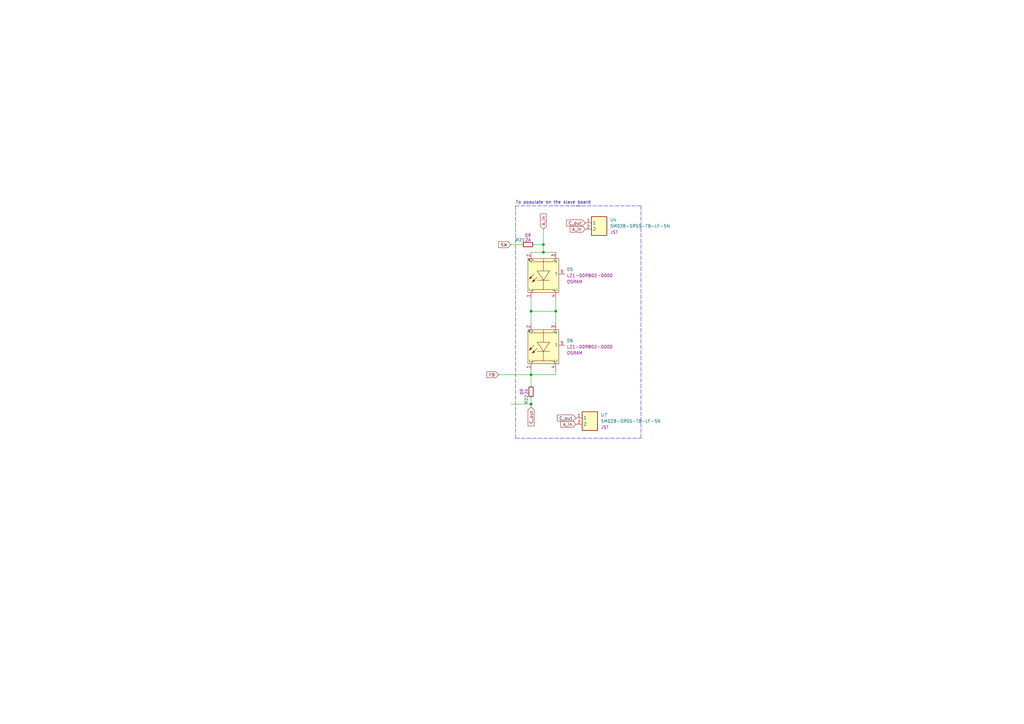
<source format=kicad_sch>
(kicad_sch (version 20211123) (generator eeschema)
  (paper "A3")
  (lib_symbols
    (symbol "antmicroLEDIndicationDiscrete:LZ1-00R802-0000"
      (property "Reference" "D" (at 9.398 7.112 0))
      (property "MPN" "LZ1-00R802-0000" (at 10.16 4.826 0))
      (property "Manufacturer" "OSRAM" (at 9.144 2.794 0))
      (symbol "LZ1-00R802-0000_0_1"
        (polyline (pts (xy 3.81 -8.89) (xy 2.54 -10.16)))
        (polyline (pts (xy 3.81 -5.08) (xy 3.81 -8.89)))
        (polyline (pts (xy 3.81 -5.08) (xy 3.81 -1.27)))
        (polyline (pts (xy 3.81 -1.27) (xy 2.54 0)))
        (polyline (pts (xy 8.89 -2.54) (xy 7.62 -1.27)))
        (polyline (pts (xy 10.16 -1.27) (xy 8.89 0)))
        (polyline (pts (xy 15.24 -5.08) (xy 16.51 -5.08)))
        (polyline (pts (xy 15.24 -5.08) (xy 15.24 -8.89) (xy 16.51 -10.16)))
        (polyline (pts (xy 7.62 -5.08) (xy 11.43 -2.54) (xy 11.43 -7.62) (xy 7.62 -5.08)))
        (polyline (pts (xy 11.43 -5.08) (xy 15.24 -5.08) (xy 15.24 -1.27) (xy 16.51 0)))
        (polyline (pts (xy 2.54 1.27) (xy 2.54 -11.43) (xy 16.51 -11.43) (xy 16.51 1.27) (xy 2.54 1.27)) (fill (type background)))
        (polyline (pts (xy 3.81 -5.08) (xy 7.62 -5.08) (xy 7.62 -2.54) (xy 7.62 -7.62) (xy 7.62 -5.08)))
        (polyline (pts (xy 7.62 -1.27) (xy 7.366 -1.524) (xy 6.858 -0.508) (xy 7.874 -1.016) (xy 7.62 -1.27)) (fill (type outline)))
        (polyline (pts (xy 8.89 0) (xy 8.636 -0.254) (xy 8.128 0.762) (xy 9.144 0.254) (xy 8.89 0)) (fill (type outline)))
        (circle (center 16.002 0.762) (radius 0.254) (fill (type outline)))
      )
      (symbol "LZ1-00R802-0000_1_1"
        (pin output line (at 0 0 0) (length 2.54) (name "C") (number "1"))
        (pin input line (at 19.05 0 180) (length 2.54) (name "A") (number "2"))
        (pin input line (at 19.05 -10.16 180) (length 2.54) (name "A") (number "3"))
        (pin output line (at 0 -10.16 0) (length 2.54) (name "C") (number "4"))
        (pin input line (at 10.16 -13.97 90) (length 2.54) (name "T") (number "5"))
      )
    )
    (symbol "antmicroRectangularConnectorsHeadersMalePins:SM02B-SRSS-TB-LF-SN"
      (property "Reference" "U" (at 1.27 8.89 0))
      (property "Value" "SM02B-SRSS-TB-LF-SN" (at 12.7 3.81 0))
      (property "Manufacturer" "JST" (at 2.54 6.35 0))
      (symbol "SM02B-SRSS-TB-LF-SN_1_1"
        (rectangle (start 2.54 2.54) (end 8.89 -5.08) (stroke (width 0.254)) (fill (type background)))
        (pin passive line (at 0 0 0) (length 2.54) (name "1") (number "1"))
        (pin passive line (at 0 -2.54 0) (length 2.54) (name "2") (number "2"))
      )
    )
    (symbol "antmicroResistorsmisc:R_0R_1206" (pin_numbers hide) (pin_names hide)
      (property "Reference" "R" (at 20.32 -5.08 0))
      (property "Val" "0R" (at 20.32 -7.62 0))
      (property "Current" "2A" (at 20.32 -30.48 0))
      (symbol "R_0R_1206_0_1"
        (rectangle (start 0.635 0.889) (end 4.445 -0.889) (stroke (width 0.254)))
      )
      (symbol "R_0R_1206_1_1"
        (pin passive line (at 0 0 0) (length 0.635) (name "~") (number "1"))
        (pin passive line (at 5.08 0 180) (length 0.635) (name "~") (number "2"))
      )
    )
  )
  (junction (at 227.965 127.635))
  (junction (at 217.805 165.735))
  (junction (at 217.805 127.635))
  (junction (at 217.805 153.67))
  (junction (at 222.885 100.33))
  (junction (at 222.885 103.505))
  (wire (pts (xy 217.805 153.67) (xy 217.805 158.115)))
  (wire (pts (xy 219.075 100.33) (xy 222.885 100.33)))
  (wire (pts (xy 227.965 127.635) (xy 227.965 132.715)))
  (polyline (pts (xy 211.455 84.455) (xy 211.455 179.705)))
  (polyline (pts (xy 262.89 179.705) (xy 262.89 84.455)))
  (wire (pts (xy 217.805 151.765) (xy 217.805 153.67)))
  (wire (pts (xy 217.805 153.67) (xy 227.965 153.67)))
  (polyline (pts (xy 211.455 179.705) (xy 262.89 179.705)))
  (wire (pts (xy 222.885 103.505) (xy 227.965 103.505)))
  (polyline (pts (xy 238.125 84.455) (xy 211.455 84.455)))
  (wire (pts (xy 222.885 103.505) (xy 222.885 100.33)))
  (wire (pts (xy 227.965 151.765) (xy 227.965 153.67)))
  (wire (pts (xy 217.805 165.735) (xy 217.805 167.005)))
  (wire (pts (xy 209.55 165.735) (xy 217.805 165.735)))
  (wire (pts (xy 227.965 127.635) (xy 217.805 127.635)))
  (wire (pts (xy 209.55 100.33) (xy 213.995 100.33)))
  (wire (pts (xy 227.965 122.555) (xy 227.965 127.635)))
  (wire (pts (xy 217.805 103.505) (xy 222.885 103.505)))
  (polyline (pts (xy 236.22 84.455) (xy 262.89 84.455)))
  (wire (pts (xy 217.805 127.635) (xy 217.805 132.715)))
  (wire (pts (xy 204.47 153.67) (xy 217.805 153.67)))
  (wire (pts (xy 217.805 163.195) (xy 217.805 165.735)))
  (wire (pts (xy 217.805 122.555) (xy 217.805 127.635)))
  (wire (pts (xy 222.885 93.98) (xy 222.885 100.33)))
  (text "To populate on the slave board" (at 211.455 83.82 0) (effects (font (size 1.27 1.27)) (justify left bottom)))
  (global_label "FB" (shape input) (at 204.47 153.67 180) (property "Intersheet References" "${INTERSHEET_REFS}" (effects hide)))
  (global_label "C_out" (shape input) (at 236.22 171.45 180) (property "Intersheet References" "${INTERSHEET_REFS}" (effects hide)))
  (global_label "A_in" (shape input) (at 240.03 93.98 180) (property "Intersheet References" "${INTERSHEET_REFS}" (effects hide)))
  (global_label "A_in" (shape input) (at 222.885 93.98 90) (property "Intersheet References" "${INTERSHEET_REFS}" (effects hide)))
  (global_label "SW" (shape input) (at 209.55 100.33 180) (property "Intersheet References" "${INTERSHEET_REFS}" (effects hide)))
  (global_label "C_out" (shape input) (at 240.03 91.44 180) (property "Intersheet References" "${INTERSHEET_REFS}" (effects hide)))
  (global_label "A_in" (shape input) (at 236.22 173.99 180) (property "Intersheet References" "${INTERSHEET_REFS}" (effects hide)))
  (global_label "C_out" (shape input) (at 217.805 167.005 270) (property "Intersheet References" "${INTERSHEET_REFS}" (effects hide)))
  (symbol (lib_id "antmicroResistorsmisc:R_0R_1206") (at 213.995 100.33 0) (unit 1)
    (property "Reference" "R21" (at 213.36 98.425 0))
    (property "Value" "R_0R_1206" (effects hide))
    (property "Footprint" "antmicro-footprints:R_1206_3216Metric" (effects hide))
    (property "Datasheet" "https://www.farnell.com/datasheets/2860635.pdf" (effects hide))
    (property "MPN" "MCMR12X000_PTL" (effects hide))
    (property "Manufacturer" "Multicomp PRO" (effects hide))
    (property "License" "Apache-2.0 License" (effects hide))
    (property "Copyright" "Copyright (c) 2023 Antmicro" (effects hide))
    (property "Val" "0R" (at 216.535 96.52 0))
    (property "Current" "2A" (at 216.535 98.425 0))
  )
  (symbol (lib_id "antmicroRectangularConnectorsHeadersMalePins:SM02B-SRSS-TB-LF-SN") (at 236.22 171.45 0) (unit 1)
    (property "Reference" "U7" (at 246.38 170.1799 0) (effects (justify left)))
    (property "Value" "SM02B-SRSS-TB-LF-SN" (at 246.38 172.7199 0) (effects (justify left)))
    (property "Footprint" "antmicro-footprints:JST_SM02B-SRSS-TB(LF)(SN)" (effects hide))
    (property "Datasheet" "https://www.farnell.com/datasheets/2082363.pdf" (effects hide))
    (property "MPN" "SM02B-SRSS-TB (LF)(SN)" (effects hide))
    (property "Manufacturer" "JST" (at 246.38 175.2599 0) (effects (justify left)))
    (property "Copyright" "Copyright (c) 2023 Antmicro" (effects hide))
    (property "License" "Apache-2.0 License" (effects hide))
  )
  (symbol (lib_id "antmicroLEDIndicationDiscrete:LZ1-00R802-0000") (at 217.805 151.765 90) (unit 1)
    (property "Reference" "D6" (at 232.41 139.6999 90) (effects (justify right)))
    (property "Value" "LZ1-00R802-0000" (effects hide))
    (property "Footprint" "antmicro-footprints:LZ1-00R802_4EP_4.4x4.4" (effects hide))
    (property "Datasheet" "https://dammedia.osram.info/media/resource/hires/osram-dam-20512286/LZ1-00R802_EN.pdf" (effects hide))
    (property "MPN" "LZ1-00R802-0000" (at 232.41 142.2399 90) (effects (justify right)))
    (property "Manufacturer" "OSRAM" (at 232.41 144.7799 90) (effects (justify right)))
    (property "License" "Apache-2.0 License" (effects hide))
    (property "Copyright" "Copyright (c) 2023 Antmicro" (effects hide))
  )
  (symbol (lib_id "antmicroRectangularConnectorsHeadersMalePins:SM02B-SRSS-TB-LF-SN") (at 240.03 91.44 0) (unit 1)
    (property "Reference" "U4" (at 250.19 90.1699 0) (effects (justify left)))
    (property "Value" "SM02B-SRSS-TB-LF-SN" (at 250.19 92.7099 0) (effects (justify left)))
    (property "Footprint" "antmicro-footprints:JST_SM02B-SRSS-TB(LF)(SN)" (effects hide))
    (property "Datasheet" "https://www.farnell.com/datasheets/2082363.pdf" (effects hide))
    (property "MPN" "SM02B-SRSS-TB (LF)(SN)" (effects hide))
    (property "Manufacturer" "JST" (at 250.19 95.2499 0) (effects (justify left)))
    (property "Copyright" "Copyright (c) 2023 Antmicro" (effects hide))
    (property "License" "Apache-2.0 License" (effects hide))
  )
  (symbol (lib_id "antmicroResistorsmisc:R_0R_1206") (at 217.805 163.195 90) (unit 1)
    (property "Reference" "R22" (at 215.9 163.83 0))
    (property "Value" "R_0R_1206" (effects hide))
    (property "Footprint" "antmicro-footprints:R_1206_3216Metric" (effects hide))
    (property "Datasheet" "https://www.farnell.com/datasheets/2860635.pdf" (effects hide))
    (property "MPN" "MCMR12X000_PTL" (effects hide))
    (property "Manufacturer" "Multicomp PRO" (effects hide))
    (property "License" "Apache-2.0 License" (effects hide))
    (property "Copyright" "Copyright (c) 2023 Antmicro" (effects hide))
    (property "Val" "0R" (at 213.995 160.655 0))
    (property "Current" "2A" (at 215.9 160.655 0))
  )
  (symbol (lib_id "antmicroLEDIndicationDiscrete:LZ1-00R802-0000") (at 217.805 122.555 90) (unit 1)
    (property "Reference" "D5" (at 232.41 110.4899 90) (effects (justify right)))
    (property "Value" "LZ1-00R802-0000" (effects hide))
    (property "Footprint" "antmicro-footprints:LZ1-00R802_4EP_4.4x4.4" (effects hide))
    (property "Datasheet" "https://dammedia.osram.info/media/resource/hires/osram-dam-20512286/LZ1-00R802_EN.pdf" (effects hide))
    (property "MPN" "LZ1-00R802-0000" (at 232.41 113.0299 90) (effects (justify right)))
    (property "Manufacturer" "OSRAM" (at 232.41 115.5699 90) (effects (justify right)))
    (property "License" "Apache-2.0 License" (effects hide))
    (property "Copyright" "Copyright (c) 2023 Antmicro" (effects hide))
  )
)
</source>
